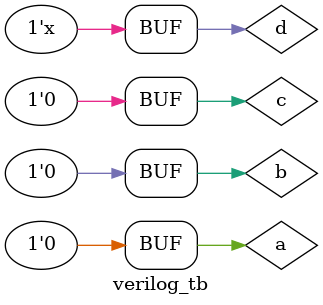
<source format=v>
`timescale 1ns / 1ps

module verilog_tb();
reg a,b,c,d;
wire out,out_n;
initial begin
a=1;
b=1;
c=0;
d=0;
end
always #5 {a,b,c,d}={1,~b,0,~d};
top_module top_module_tb(a,b,c,d,out,out_n);
endmodule 
</source>
